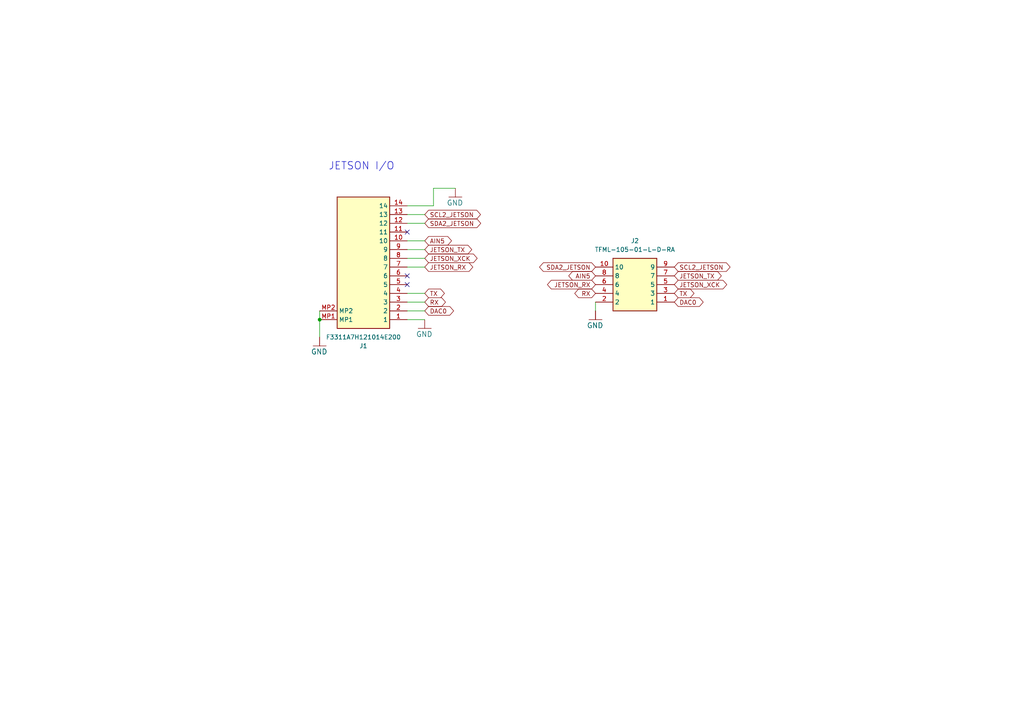
<source format=kicad_sch>
(kicad_sch (version 20230121) (generator eeschema)
  (paper "A4")
  (lib_symbols
    (symbol "SamacSys_Parts:F3311A7H121014E200"
      (property "Reference" "J" (at 21.59 7.62 0))
      (property "Value" "F3311A7H121014E200" (at 21.59 5.08 0))
      (symbol "F3311A7H121014E200_1_1"
        (rectangle (start 5.08 2.54) (end 20.32 -35.56) (stroke (width 0.254)) (fill (type background)))
        (pin passive line (at 25.4 0 180) (length 5.08) (name "1") (number "1"))
        (pin passive line (at 25.4 -22.86 180) (length 5.08) (name "10") (number "10"))
        (pin passive line (at 25.4 -25.4 180) (length 5.08) (name "11") (number "11"))
        (pin passive line (at 25.4 -27.94 180) (length 5.08) (name "12") (number "12"))
        (pin passive line (at 25.4 -30.48 180) (length 5.08) (name "13") (number "13"))
        (pin passive line (at 25.4 -33.02 180) (length 5.08) (name "14") (number "14"))
        (pin passive line (at 25.4 -2.54 180) (length 5.08) (name "2") (number "2"))
        (pin passive line (at 25.4 -5.08 180) (length 5.08) (name "3") (number "3"))
        (pin passive line (at 25.4 -7.62 180) (length 5.08) (name "4") (number "4"))
        (pin passive line (at 25.4 -10.16 180) (length 5.08) (name "5") (number "5"))
        (pin passive line (at 25.4 -12.7 180) (length 5.08) (name "6") (number "6"))
        (pin passive line (at 25.4 -15.24 180) (length 5.08) (name "7") (number "7"))
        (pin passive line (at 25.4 -17.78 180) (length 5.08) (name "8") (number "8"))
        (pin passive line (at 25.4 -20.32 180) (length 5.08) (name "9") (number "9"))
        (pin passive line (at 0 0 0) (length 5.08) (name "MP1") (number "MP1"))
        (pin passive line (at 0 -2.54 0) (length 5.08) (name "MP2") (number "MP2"))
      )
    )
    (symbol "SamacSys_Parts:TFML-105-01-L-D-RA"
      (property "Reference" "J" (at 19.05 7.62 0))
      (property "Value" "TFML-105-01-L-D-RA" (at 19.05 5.08 0))
      (symbol "TFML-105-01-L-D-RA_1_1"
        (rectangle (start 5.08 2.54) (end 17.78 -12.7) (stroke (width 0.254)) (fill (type background)))
        (pin passive line (at 22.86 -10.16 180) (length 5.08) (name "1") (number "1"))
        (pin passive line (at 0 0 0) (length 5.08) (name "10") (number "10"))
        (pin passive line (at 0 -10.16 0) (length 5.08) (name "2") (number "2"))
        (pin passive line (at 22.86 -7.62 180) (length 5.08) (name "3") (number "3"))
        (pin passive line (at 0 -7.62 0) (length 5.08) (name "4") (number "4"))
        (pin passive line (at 22.86 -5.08 180) (length 5.08) (name "5") (number "5"))
        (pin passive line (at 0 -5.08 0) (length 5.08) (name "6") (number "6"))
        (pin passive line (at 22.86 -2.54 180) (length 5.08) (name "7") (number "7"))
        (pin passive line (at 0 -2.54 0) (length 5.08) (name "8") (number "8"))
        (pin passive line (at 22.86 0 180) (length 5.08) (name "9") (number "9"))
      )
    )
    (symbol "mainboard:GND" (power) (pin_names (offset 1.016))
      (property "Value" "GND" (at -2.54 -2.54 0))
      (symbol "GND_1_0"
        (polyline (pts (xy -1.905 0) (xy 1.905 0)))
        (pin power_in line (at 0 2.54 270) (length 2.54) (name "GND") (number "1"))
      )
    )
  )
  (junction (at 92.71 92.71))
  (no_connect (at 118.11 82.55))
  (no_connect (at 118.11 80.01))
  (no_connect (at 118.11 67.31))
  (wire (pts (xy 125.73 54.61) (xy 132.08 54.61)))
  (wire (pts (xy 118.11 59.69) (xy 125.73 59.69)))
  (wire (pts (xy 118.11 74.93) (xy 123.19 74.93)))
  (wire (pts (xy 125.73 54.61) (xy 125.73 59.69)))
  (wire (pts (xy 118.11 77.47) (xy 123.19 77.47)))
  (wire (pts (xy 92.71 92.71) (xy 92.71 97.79)))
  (wire (pts (xy 118.11 90.17) (xy 123.19 90.17)))
  (wire (pts (xy 118.11 85.09) (xy 123.19 85.09)))
  (wire (pts (xy 118.11 87.63) (xy 123.19 87.63)))
  (wire (pts (xy 118.11 92.71) (xy 123.19 92.71)))
  (wire (pts (xy 118.11 72.39) (xy 123.19 72.39)))
  (wire (pts (xy 92.71 92.71) (xy 92.71 90.17)))
  (wire (pts (xy 123.19 69.85) (xy 118.11 69.85)))
  (wire (pts (xy 172.72 87.63) (xy 172.72 90.17)))
  (wire (pts (xy 118.11 64.77) (xy 123.19 64.77)))
  (wire (pts (xy 118.11 62.23) (xy 123.19 62.23)))
  (text "JETSON I/O" (at 95.25 49.53 0) (effects (font (size 2.159 2.159)) (justify left bottom)))
  (global_label "SCL2_JETSON" (shape bidirectional) (at 123.19 62.23 0) (property "Intersheetrefs" "${INTERSHEET_REFS}" (effects hide)))
  (global_label "JETSON_TX" (shape bidirectional) (at 195.58 80.01 0) (property "Intersheetrefs" "${INTERSHEET_REFS}" (effects hide)))
  (global_label "RX" (shape bidirectional) (at 172.72 85.09 180) (property "Intersheetrefs" "${INTERSHEET_REFS}" (effects hide)))
  (global_label "SDA2_JETSON" (shape bidirectional) (at 172.72 77.47 180) (property "Intersheetrefs" "${INTERSHEET_REFS}" (effects hide)))
  (global_label "DAC0" (shape bidirectional) (at 195.58 87.63 0) (property "Intersheetrefs" "${INTERSHEET_REFS}" (effects hide)))
  (global_label "TX" (shape bidirectional) (at 195.58 85.09 0) (property "Intersheetrefs" "${INTERSHEET_REFS}" (effects hide)))
  (global_label "JETSON_XCK" (shape bidirectional) (at 195.58 82.55 0) (property "Intersheetrefs" "${INTERSHEET_REFS}" (effects hide)))
  (global_label "JETSON_TX" (shape bidirectional) (at 123.19 72.39 0) (property "Intersheetrefs" "${INTERSHEET_REFS}" (effects hide)))
  (global_label "SDA2_JETSON" (shape bidirectional) (at 123.19 64.77 0) (property "Intersheetrefs" "${INTERSHEET_REFS}" (effects hide)))
  (global_label "DAC0" (shape bidirectional) (at 123.19 90.17 0) (property "Intersheetrefs" "${INTERSHEET_REFS}" (effects hide)))
  (global_label "JETSON_XCK" (shape bidirectional) (at 123.19 74.93 0) (property "Intersheetrefs" "${INTERSHEET_REFS}" (effects hide)))
  (global_label "JETSON_RX" (shape bidirectional) (at 123.19 77.47 0) (property "Intersheetrefs" "${INTERSHEET_REFS}" (effects hide)))
  (global_label "AIN5" (shape bidirectional) (at 172.72 80.01 180) (property "Intersheetrefs" "${INTERSHEET_REFS}" (effects hide)))
  (global_label "TX" (shape bidirectional) (at 123.19 85.09 0) (property "Intersheetrefs" "${INTERSHEET_REFS}" (effects hide)))
  (global_label "SCL2_JETSON" (shape bidirectional) (at 195.58 77.47 0) (property "Intersheetrefs" "${INTERSHEET_REFS}" (effects hide)))
  (global_label "RX" (shape bidirectional) (at 123.19 87.63 0) (property "Intersheetrefs" "${INTERSHEET_REFS}" (effects hide)))
  (global_label "AIN5" (shape bidirectional) (at 123.19 69.85 0) (property "Intersheetrefs" "${INTERSHEET_REFS}" (effects hide)))
  (global_label "JETSON_RX" (shape bidirectional) (at 172.72 82.55 180) (property "Intersheetrefs" "${INTERSHEET_REFS}" (effects hide)))
  (symbol (lib_id "SamacSys_Parts:F3311A7H121014E200") (at 92.71 92.71 0) (mirror x) (unit 1)
    (property "Reference" "J1" (at 105.41 100.33 0))
    (property "Value" "F3311A7H121014E200" (at 105.41 97.79 0))
    (property "Footprint" "F3311A7H121014E200" (effects hide))
    (property "Datasheet" "https://cdn.amphenol-cs.com/media/wysiwyg/files/documentation/datasheet/flex/ffc_fpc_050mm_f331.pdf" (effects hide))
    (property "Height" "1.12" (effects hide))
    (property "Manufacturer_Name" "Amphenol Communications Solutions" (effects hide))
    (property "Manufacturer_Part_Number" "F3311A7H121014E200" (effects hide))
  )
  (symbol (lib_id "SamacSys_Parts:TFML-105-01-L-D-RA") (at 172.72 77.47 0) (unit 1)
    (property "Reference" "J2" (at 184.15 69.85 0))
    (property "Value" "TFML-105-01-L-D-RA" (at 184.15 72.39 0))
    (property "Footprint" "TFML10501LDRA" (effects hide))
    (property "Datasheet" "https://suddendocs.samtec.com/prints/tfmthd.pdf" (effects hide))
    (property "Height" "5.842" (effects hide))
    (property "Manufacturer_Name" "SAMTEC" (effects hide))
    (property "Manufacturer_Part_Number" "TFML-105-01-L-D-RA" (effects hide))
    (property "Mouser Part Number" "200-TFML10501LDRA" (effects hide))
    (property "Mouser Price/Stock" "https://www.mouser.co.uk/ProductDetail/Samtec/TFML-105-01-L-D-RA?qs=%252BZP6%2F%252BtExtC%252Bt0p3A%2FGOhg%3D%3D" (effects hide))
    (property "Arrow Part Number" "TFML-105-01-L-D-RA" (effects hide))
    (property "Arrow Price/Stock" "https://www.arrow.com/en/products/tfml-105-01-l-d-ra/samtec?region=nac" (effects hide))
  )
  (symbol (lib_id "mainboard:GND") (at 172.72 92.71 0) (unit 1)
    (property "Reference" "#GND04" (effects hide))
    (property "Value" "GND" (at 170.18 95.25 0) (effects (font (size 1.4986 1.4986)) (justify left bottom)))
  )
  (symbol (lib_id "mainboard:GND") (at 132.08 57.15 0) (unit 1)
    (property "Reference" "#GND03" (effects hide))
    (property "Value" "GND" (at 129.54 59.69 0) (effects (font (size 1.4986 1.4986)) (justify left bottom)))
  )
  (symbol (lib_id "mainboard:GND") (at 92.71 100.33 0) (unit 1)
    (property "Reference" "#GND01" (effects hide))
    (property "Value" "GND" (at 90.17 102.87 0) (effects (font (size 1.4986 1.4986)) (justify left bottom)))
  )
  (symbol (lib_id "mainboard:GND") (at 123.19 95.25 0) (unit 1)
    (property "Reference" "#GND02" (effects hide))
    (property "Value" "GND" (at 120.65 97.79 0) (effects (font (size 1.4986 1.4986)) (justify left bottom)))
  )
)
</source>
